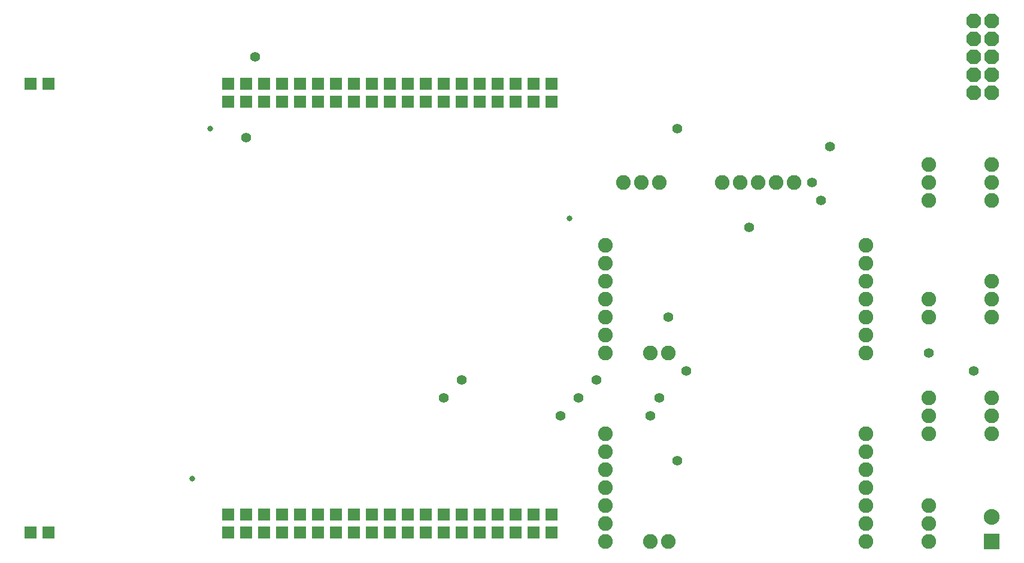
<source format=gbs>
G75*
G70*
%OFA0B0*%
%FSLAX24Y24*%
%IPPOS*%
%LPD*%
%AMOC8*
5,1,8,0,0,1.08239X$1,22.5*
%
%ADD10R,0.0714X0.0714*%
%ADD11C,0.0316*%
%ADD12C,0.0820*%
%ADD13OC8,0.0820*%
%ADD14R,0.0880X0.0880*%
%ADD15C,0.0880*%
%ADD16C,0.0556*%
D10*
X003100Y003100D03*
X004100Y003100D03*
X014100Y003100D03*
X015100Y003100D03*
X016100Y003100D03*
X017100Y003100D03*
X018100Y003100D03*
X019100Y003100D03*
X020100Y003100D03*
X021100Y003100D03*
X022100Y003100D03*
X023100Y003100D03*
X024100Y003100D03*
X025100Y003100D03*
X026100Y003100D03*
X027100Y003100D03*
X028100Y003100D03*
X029100Y003100D03*
X030100Y003100D03*
X031100Y003100D03*
X032100Y003100D03*
X032100Y004100D03*
X031100Y004100D03*
X030100Y004100D03*
X029100Y004100D03*
X028100Y004100D03*
X027100Y004100D03*
X026100Y004100D03*
X025100Y004100D03*
X024100Y004100D03*
X023100Y004100D03*
X022100Y004100D03*
X021100Y004100D03*
X020100Y004100D03*
X019100Y004100D03*
X018100Y004100D03*
X017100Y004100D03*
X016100Y004100D03*
X015100Y004100D03*
X014100Y004100D03*
X014100Y027100D03*
X014100Y028100D03*
X015100Y028100D03*
X015100Y027100D03*
X016100Y027100D03*
X017100Y027100D03*
X017100Y028100D03*
X016100Y028100D03*
X018100Y028100D03*
X018100Y027100D03*
X019100Y027100D03*
X020100Y027100D03*
X020100Y028100D03*
X019100Y028100D03*
X021100Y028100D03*
X021100Y027100D03*
X022100Y027100D03*
X022100Y028100D03*
X023100Y028100D03*
X024100Y028100D03*
X024100Y027100D03*
X023100Y027100D03*
X025100Y027100D03*
X025100Y028100D03*
X026100Y028100D03*
X027100Y028100D03*
X027100Y027100D03*
X026100Y027100D03*
X028100Y027100D03*
X028100Y028100D03*
X029100Y028100D03*
X030100Y028100D03*
X030100Y027100D03*
X029100Y027100D03*
X031100Y027100D03*
X031100Y028100D03*
X032100Y028100D03*
X032100Y027100D03*
X004100Y028100D03*
X003100Y028100D03*
D11*
X013100Y025600D03*
X033100Y020600D03*
X012100Y006100D03*
D12*
X035100Y005600D03*
X035100Y004600D03*
X035100Y003600D03*
X035100Y002600D03*
X037600Y002600D03*
X038600Y002600D03*
X035100Y006600D03*
X035100Y007600D03*
X035100Y008600D03*
X035100Y013100D03*
X035100Y014100D03*
X035100Y015100D03*
X035100Y016100D03*
X035100Y017100D03*
X035100Y018100D03*
X035100Y019100D03*
X036100Y022600D03*
X037100Y022600D03*
X038100Y022600D03*
X041600Y022600D03*
X042600Y022600D03*
X043600Y022600D03*
X044600Y022600D03*
X045600Y022600D03*
X049600Y019100D03*
X049600Y018100D03*
X049600Y017100D03*
X049600Y016100D03*
X049600Y015100D03*
X049600Y014100D03*
X049600Y013100D03*
X053100Y015100D03*
X053100Y016100D03*
X056600Y016100D03*
X056600Y015100D03*
X056600Y017100D03*
X056600Y021600D03*
X056600Y022600D03*
X056600Y023600D03*
X053100Y023600D03*
X053100Y022600D03*
X053100Y021600D03*
X038600Y013100D03*
X037600Y013100D03*
X049600Y008600D03*
X049600Y007600D03*
X049600Y006600D03*
X049600Y005600D03*
X049600Y004600D03*
X049600Y003600D03*
X049600Y002600D03*
X053100Y002600D03*
X053100Y003600D03*
X053100Y004600D03*
X053100Y008600D03*
X053100Y009600D03*
X053100Y010600D03*
X056600Y010600D03*
X056600Y009600D03*
X056600Y008600D03*
D13*
X056600Y027600D03*
X055600Y027600D03*
X055600Y028600D03*
X056600Y028600D03*
X056600Y029600D03*
X055600Y029600D03*
X055600Y030600D03*
X055600Y031600D03*
X056600Y031600D03*
X056600Y030600D03*
D14*
X056600Y002600D03*
D15*
X056600Y003978D03*
D16*
X055600Y012100D03*
X053100Y013100D03*
X043100Y020100D03*
X047100Y021600D03*
X046600Y022600D03*
X047600Y024600D03*
X039100Y025600D03*
X038600Y015100D03*
X039600Y012100D03*
X038100Y010600D03*
X037600Y009600D03*
X034600Y011600D03*
X033600Y010600D03*
X032600Y009600D03*
X027100Y011600D03*
X026100Y010600D03*
X039100Y007100D03*
X015100Y025100D03*
X015600Y029600D03*
M02*

</source>
